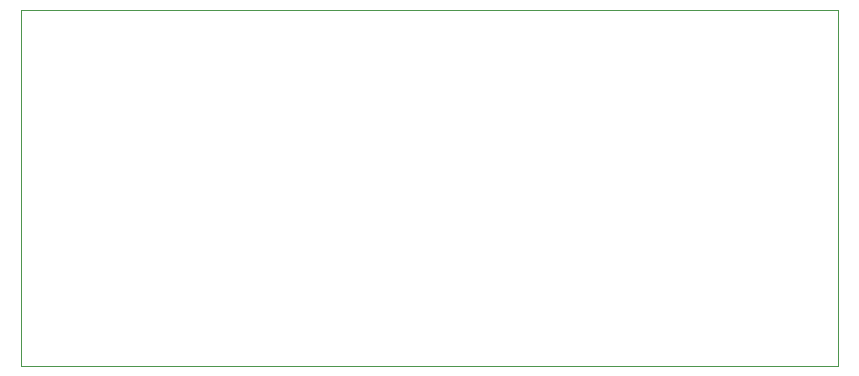
<source format=gko>
%TF.GenerationSoftware,KiCad,Pcbnew,6.0.11-2627ca5db0~126~ubuntu22.04.1*%
%TF.CreationDate,2023-02-15T16:19:54+03:00*%
%TF.ProjectId,train_barrier,74726169-6e5f-4626-9172-726965722e6b,rev?*%
%TF.SameCoordinates,Original*%
%TF.FileFunction,Profile,NP*%
%FSLAX46Y46*%
G04 Gerber Fmt 4.6, Leading zero omitted, Abs format (unit mm)*
G04 Created by KiCad (PCBNEW 6.0.11-2627ca5db0~126~ubuntu22.04.1) date 2023-02-15 16:19:54*
%MOMM*%
%LPD*%
G01*
G04 APERTURE LIST*
%TA.AperFunction,Profile*%
%ADD10C,0.100000*%
%TD*%
G04 APERTURE END LIST*
D10*
X63000000Y-25200000D02*
X132200000Y-25200000D01*
X132200000Y-25200000D02*
X132200000Y-55400000D01*
X132200000Y-55400000D02*
X63000000Y-55400000D01*
X63000000Y-55400000D02*
X63000000Y-25200000D01*
M02*

</source>
